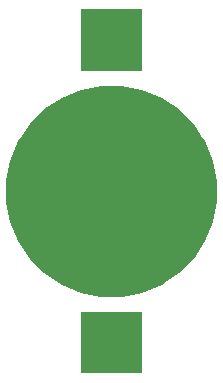
<source format=gbr>
G04 #@! TF.GenerationSoftware,KiCad,Pcbnew,(5.1.2-1)-1*
G04 #@! TF.CreationDate,2021-09-30T18:50:00+02:00*
G04 #@! TF.ProjectId,parasite,70617261-7369-4746-952e-6b696361645f,1.2.0*
G04 #@! TF.SameCoordinates,Original*
G04 #@! TF.FileFunction,Soldermask,Bot*
G04 #@! TF.FilePolarity,Negative*
%FSLAX46Y46*%
G04 Gerber Fmt 4.6, Leading zero omitted, Abs format (unit mm)*
G04 Created by KiCad (PCBNEW (5.1.2-1)-1) date 2021-09-30 18:50:00*
%MOMM*%
%LPD*%
G04 APERTURE LIST*
%ADD10C,0.100000*%
G04 APERTURE END LIST*
D10*
G36*
X69701000Y-70301000D02*
G01*
X64499000Y-70301000D01*
X64499000Y-65099000D01*
X69701000Y-65099000D01*
X69701000Y-70301000D01*
X69701000Y-70301000D01*
G37*
G36*
X69710909Y-46292981D02*
G01*
X71339887Y-46967726D01*
X71339888Y-46967727D01*
X72805930Y-47947304D01*
X74052696Y-49194070D01*
X74707228Y-50173648D01*
X75032274Y-50660113D01*
X75707019Y-52289091D01*
X76051000Y-54018402D01*
X76051000Y-55781598D01*
X75707019Y-57510909D01*
X75032274Y-59139887D01*
X75032273Y-59139888D01*
X74052696Y-60605930D01*
X72805930Y-61852696D01*
X71826352Y-62507228D01*
X71339887Y-62832274D01*
X69710909Y-63507019D01*
X67981598Y-63851000D01*
X66218402Y-63851000D01*
X64489091Y-63507019D01*
X62860113Y-62832274D01*
X62373648Y-62507228D01*
X61394070Y-61852696D01*
X60147304Y-60605930D01*
X59167727Y-59139888D01*
X59167726Y-59139887D01*
X58492981Y-57510909D01*
X58149000Y-55781598D01*
X58149000Y-54018402D01*
X58492981Y-52289091D01*
X59167726Y-50660113D01*
X59492772Y-50173648D01*
X60147304Y-49194070D01*
X61394070Y-47947304D01*
X62860112Y-46967727D01*
X62860113Y-46967726D01*
X64489091Y-46292981D01*
X66218402Y-45949000D01*
X67981598Y-45949000D01*
X69710909Y-46292981D01*
X69710909Y-46292981D01*
G37*
G36*
X69701000Y-44701000D02*
G01*
X64499000Y-44701000D01*
X64499000Y-39499000D01*
X69701000Y-39499000D01*
X69701000Y-44701000D01*
X69701000Y-44701000D01*
G37*
M02*

</source>
